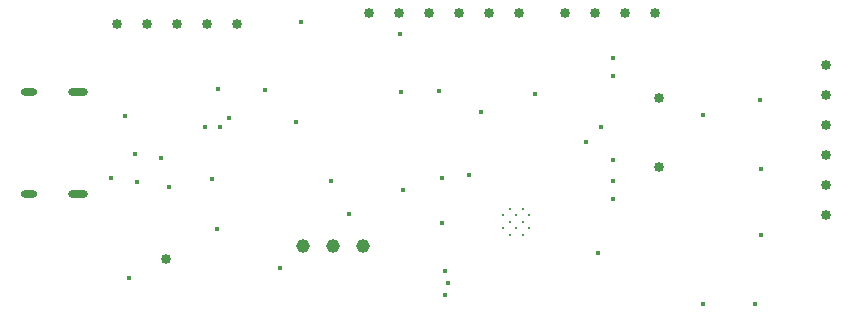
<source format=gbr>
%TF.GenerationSoftware,Altium Limited,Altium Designer,24.0.1 (36)*%
G04 Layer_Color=0*
%FSLAX45Y45*%
%MOMM*%
%TF.SameCoordinates,65C793CC-7C80-44E8-9821-AA658A2EEAB5*%
%TF.FilePolarity,Positive*%
%TF.FileFunction,Plated,1,2,PTH,Drill*%
%TF.Part,Single*%
G01*
G75*
%TA.AperFunction,ComponentDrill*%
%ADD91C,0.85000*%
%ADD92C,0.85000*%
%ADD93O,1.70000X0.60000*%
%ADD94O,1.40000X0.60000*%
%ADD95C,1.15000*%
%ADD96C,0.30000*%
%TA.AperFunction,ViaDrill,NotFilled*%
%ADD97C,0.85000*%
%ADD98C,0.40000*%
D91*
X1000000Y2500000D02*
D03*
X2016000D02*
D03*
X1762000D02*
D03*
X1508000D02*
D03*
X1254000D02*
D03*
X3130000Y2600000D02*
D03*
X3384000D02*
D03*
X4400000D02*
D03*
X4146000D02*
D03*
X3892000D02*
D03*
X3638000D02*
D03*
X5554000D02*
D03*
X5300000D02*
D03*
X5046000D02*
D03*
X4792000D02*
D03*
D92*
X7000000Y2154000D02*
D03*
Y1900000D02*
D03*
Y884000D02*
D03*
Y1138000D02*
D03*
Y1392000D02*
D03*
Y1646000D02*
D03*
D93*
X668000Y1068000D02*
D03*
Y1932000D02*
D03*
D94*
X250000Y1068000D02*
D03*
Y1932000D02*
D03*
D95*
X2824500Y627500D02*
D03*
X2570500D02*
D03*
X3078500D02*
D03*
D96*
X4489500Y885500D02*
D03*
X4379500D02*
D03*
X4434500Y940500D02*
D03*
X4324500D02*
D03*
X4434500Y830500D02*
D03*
X4489500Y775500D02*
D03*
X4379500D02*
D03*
X4324500Y830500D02*
D03*
X4434500Y720500D02*
D03*
X4269500Y885500D02*
D03*
Y775500D02*
D03*
X4324500Y720500D02*
D03*
D97*
X5588000Y1879600D02*
D03*
Y1295400D02*
D03*
X1414800Y513200D02*
D03*
D98*
X1803400Y1193800D02*
D03*
X2514600Y1676400D02*
D03*
X5961400Y1732400D02*
D03*
X2247900Y1943100D02*
D03*
X1854200Y1955800D02*
D03*
X3403600Y1930400D02*
D03*
X1066800Y1727200D02*
D03*
X1168400Y1168400D02*
D03*
X1371600Y1371600D02*
D03*
X1150000Y1400000D02*
D03*
X950000Y1200000D02*
D03*
X1440200Y1122800D02*
D03*
X1100000Y350000D02*
D03*
X2964200Y894200D02*
D03*
X2811800Y1173600D02*
D03*
X1745000Y1630800D02*
D03*
X3802400Y310000D02*
D03*
X2557800Y2519800D02*
D03*
X3396000Y2418200D02*
D03*
X3726200Y1935600D02*
D03*
X4081800Y1757800D02*
D03*
X5072400Y564000D02*
D03*
X5199400Y1351400D02*
D03*
X4970800Y1503800D02*
D03*
X4539000Y1910200D02*
D03*
X5199400Y1173600D02*
D03*
Y1021200D02*
D03*
Y2215000D02*
D03*
X5097800Y1630800D02*
D03*
X5199400Y2062600D02*
D03*
X3751600Y818000D02*
D03*
X3980200Y1224400D02*
D03*
X1846600Y767200D02*
D03*
X2380000Y437000D02*
D03*
X3774288Y210161D02*
D03*
X6444000Y1859400D02*
D03*
X6450000Y1275200D02*
D03*
Y716400D02*
D03*
X6400066Y132200D02*
D03*
X5961400D02*
D03*
X3751600Y1199000D02*
D03*
X3421400Y1097400D02*
D03*
X1872000Y1630800D02*
D03*
X1948200Y1707000D02*
D03*
X3777000Y411600D02*
D03*
%TF.MD5,2b6b5c0b697a3887799692d7b4a212b7*%
M02*

</source>
